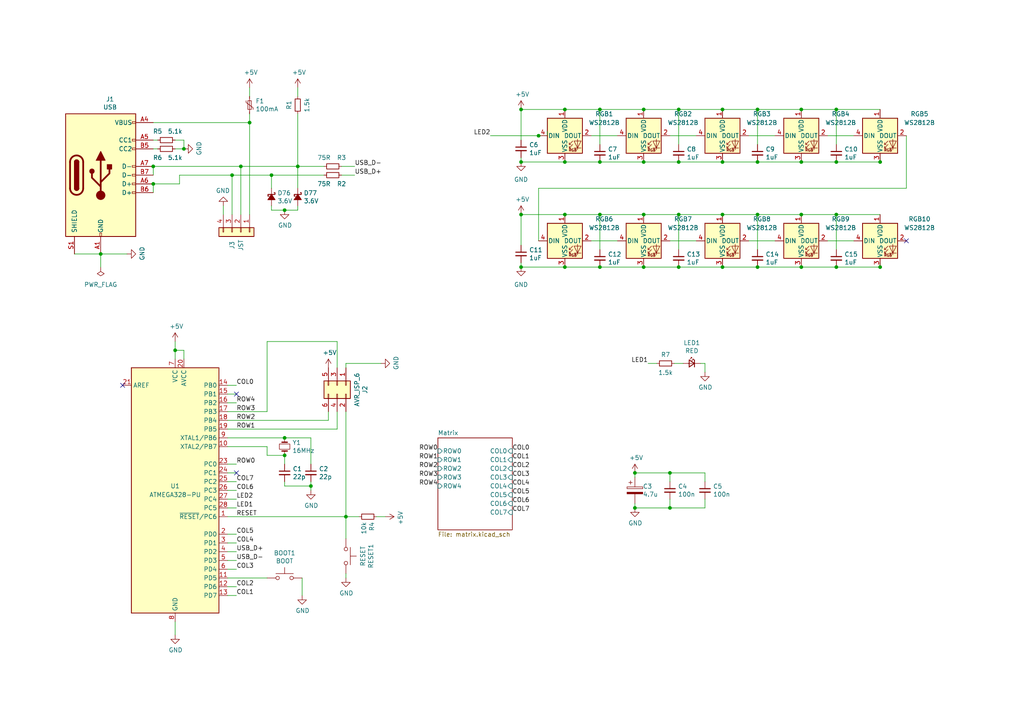
<source format=kicad_sch>
(kicad_sch (version 20231120) (generator "eeschema") (generator_version "8.0")
  (paper "A4")
  (title_block (title "Orthgyle PCB") (date "2025-01-05") (rev "1"))
  (lib_symbols
    (symbol "Connector:USB_C_Receptacle_USB2.0_14P" (pin_names (offset 1.016))
      (property "Reference" "J" (at 0 22.225 0))
      (property "Value" "USB_C_Receptacle_USB2.0_14P" (at 0 19.685 0))
      (symbol "USB_C_Receptacle_USB2.0_14P_0_0"
        (rectangle (start -0.254 -17.78) (end 0.254 -16.764))
        (rectangle (start 10.16 -4.826) (end 9.144 -5.334))
        (rectangle (start 10.16 -2.286) (end 9.144 -2.794))
        (rectangle (start 10.16 0.254) (end 9.144 -0.254))
        (rectangle (start 10.16 2.794) (end 9.144 2.286))
        (rectangle (start 10.16 7.874) (end 9.144 7.366))
        (rectangle (start 10.16 10.414) (end 9.144 9.906))
        (rectangle (start 10.16 15.494) (end 9.144 14.986))
      )
      (symbol "USB_C_Receptacle_USB2.0_14P_0_1"
        (rectangle (start -10.16 17.78) (end 10.16 -17.78) (stroke (width 0.254)) (fill (type background)))
        (arc (start -8.89 -3.81) (mid -6.985 -5.7067) (end -5.08 -3.81) (stroke (width 0.508)))
        (arc (start -7.62 -3.81) (mid -6.985 -4.4423) (end -6.35 -3.81) (stroke (width 0.254)))
        (arc (start -7.62 -3.81) (mid -6.985 -4.4423) (end -6.35 -3.81) (stroke (width 0.254)) (fill (type outline)))
        (rectangle (start -7.62 -3.81) (end -6.35 3.81) (stroke (width 0.254)) (fill (type outline)))
        (arc (start -6.35 3.81) (mid -6.985 4.4423) (end -7.62 3.81) (stroke (width 0.254)))
        (arc (start -6.35 3.81) (mid -6.985 4.4423) (end -7.62 3.81) (stroke (width 0.254)) (fill (type outline)))
        (arc (start -5.08 3.81) (mid -6.985 5.7067) (end -8.89 3.81) (stroke (width 0.508)))
        (circle (center -2.54 1.143) (radius 0.635) (stroke (width 0.254)) (fill (type outline)))
        (circle (center 0 -5.842) (radius 1.27) (fill (type outline)))
        (polyline (pts (xy -8.89 -3.81) (xy -8.89 3.81)) (stroke (width 0.508)))
        (polyline (pts (xy -5.08 3.81) (xy -5.08 -3.81)) (stroke (width 0.508)))
        (polyline (pts (xy 0 -5.842) (xy 0 4.318)) (stroke (width 0.508)))
        (polyline (pts (xy 0 -3.302) (xy -2.54 -0.762) (xy -2.54 0.508)) (stroke (width 0.508)))
        (polyline (pts (xy 0 -2.032) (xy 2.54 0.508) (xy 2.54 1.778)) (stroke (width 0.508)))
        (polyline (pts (xy -1.27 4.318) (xy 0 6.858) (xy 1.27 4.318) (xy -1.27 4.318)) (stroke (width 0.254)) (fill (type outline)))
        (rectangle (start 1.905 1.778) (end 3.175 3.048) (stroke (width 0.254)) (fill (type outline)))
      )
      (symbol "USB_C_Receptacle_USB2.0_14P_1_1"
        (pin passive line (at 0 -22.86 90) (length 5.08) (name "GND") (number "A1"))
        (pin passive line (at 0 -22.86 90) (length 5.08) hide (name "GND") (number "A12"))
        (pin passive line (at 15.24 15.24 180) (length 5.08) (name "VBUS") (number "A4"))
        (pin bidirectional line (at 15.24 10.16 180) (length 5.08) (name "CC1") (number "A5"))
        (pin bidirectional line (at 15.24 -2.54 180) (length 5.08) (name "D+") (number "A6"))
        (pin bidirectional line (at 15.24 2.54 180) (length 5.08) (name "D-") (number "A7"))
        (pin passive line (at 15.24 15.24 180) (length 5.08) hide (name "VBUS") (number "A9"))
        (pin passive line (at 0 -22.86 90) (length 5.08) hide (name "GND") (number "B1"))
        (pin passive line (at 0 -22.86 90) (length 5.08) hide (name "GND") (number "B12"))
        (pin passive line (at 15.24 15.24 180) (length 5.08) hide (name "VBUS") (number "B4"))
        (pin bidirectional line (at 15.24 7.62 180) (length 5.08) (name "CC2") (number "B5"))
        (pin bidirectional line (at 15.24 -5.08 180) (length 5.08) (name "D+") (number "B6"))
        (pin bidirectional line (at 15.24 0 180) (length 5.08) (name "D-") (number "B7"))
        (pin passive line (at 15.24 15.24 180) (length 5.08) hide (name "VBUS") (number "B9"))
        (pin passive line (at -7.62 -22.86 90) (length 5.08) (name "SHIELD") (number "S1"))
      )
    )
    (symbol "Connector_Generic:Conn_01x04" (pin_names (offset 1.016) hide)
      (property "Reference" "J" (at 0 5.08 0))
      (property "Value" "Conn_01x04" (at 0 -7.62 0))
      (symbol "Conn_01x04_1_1"
        (rectangle (start -1.27 -4.953) (end 0 -5.207) (stroke (width 0.1524)))
        (rectangle (start -1.27 -2.413) (end 0 -2.667) (stroke (width 0.1524)))
        (rectangle (start -1.27 0.127) (end 0 -0.127) (stroke (width 0.1524)))
        (rectangle (start -1.27 2.667) (end 0 2.413) (stroke (width 0.1524)))
        (rectangle (start -1.27 3.81) (end 1.27 -6.35) (stroke (width 0.254)) (fill (type background)))
        (pin passive line (at -5.08 2.54 0) (length 3.81) (name "Pin_1") (number "1"))
        (pin passive line (at -5.08 0 0) (length 3.81) (name "Pin_2") (number "2"))
        (pin passive line (at -5.08 -2.54 0) (length 3.81) (name "Pin_3") (number "3"))
        (pin passive line (at -5.08 -5.08 0) (length 3.81) (name "Pin_4") (number "4"))
      )
    )
    (symbol "Connector_Generic:Conn_02x03_Odd_Even" (pin_names (offset 1.016) hide)
      (property "Reference" "J" (at 1.27 5.08 0))
      (property "Value" "Conn_02x03_Odd_Even" (at 1.27 -5.08 0))
      (symbol "Conn_02x03_Odd_Even_1_1"
        (rectangle (start -1.27 -2.413) (end 0 -2.667) (stroke (width 0.1524)))
        (rectangle (start -1.27 0.127) (end 0 -0.127) (stroke (width 0.1524)))
        (rectangle (start -1.27 2.667) (end 0 2.413) (stroke (width 0.1524)))
        (rectangle (start -1.27 3.81) (end 3.81 -3.81) (stroke (width 0.254)) (fill (type background)))
        (rectangle (start 3.81 -2.413) (end 2.54 -2.667) (stroke (width 0.1524)))
        (rectangle (start 3.81 0.127) (end 2.54 -0.127) (stroke (width 0.1524)))
        (rectangle (start 3.81 2.667) (end 2.54 2.413) (stroke (width 0.1524)))
        (pin passive line (at -5.08 2.54 0) (length 3.81) (name "Pin_1") (number "1"))
        (pin passive line (at 7.62 2.54 180) (length 3.81) (name "Pin_2") (number "2"))
        (pin passive line (at -5.08 0 0) (length 3.81) (name "Pin_3") (number "3"))
        (pin passive line (at 7.62 0 180) (length 3.81) (name "Pin_4") (number "4"))
        (pin passive line (at -5.08 -2.54 0) (length 3.81) (name "Pin_5") (number "5"))
        (pin passive line (at 7.62 -2.54 180) (length 3.81) (name "Pin_6") (number "6"))
      )
    )
    (symbol "Device:C_Polarized" (pin_numbers hide) (pin_names (offset 0.254))
      (property "Reference" "C" (at 0.635 2.54 0))
      (property "Value" "C_Polarized" (at 0.635 -2.54 0))
      (symbol "C_Polarized_0_1"
        (rectangle (start -2.286 0.508) (end 2.286 1.016))
        (polyline (pts (xy -1.778 2.286) (xy -0.762 2.286)))
        (polyline (pts (xy -1.27 2.794) (xy -1.27 1.778)))
        (rectangle (start 2.286 -0.508) (end -2.286 -1.016) (fill (type outline)))
      )
      (symbol "C_Polarized_1_1"
        (pin passive line (at 0 3.81 270) (length 2.794) (name "~") (number "1"))
        (pin passive line (at 0 -3.81 90) (length 2.794) (name "~") (number "2"))
      )
    )
    (symbol "Device:C_Small" (pin_numbers hide) (pin_names (offset 0.254) hide)
      (property "Reference" "C" (at 0.254 1.778 0))
      (property "Value" "C_Small" (at 0.254 -2.032 0))
      (symbol "C_Small_0_1"
        (polyline (pts (xy -1.524 -0.508) (xy 1.524 -0.508)) (stroke (width 0.3302)))
        (polyline (pts (xy -1.524 0.508) (xy 1.524 0.508)) (stroke (width 0.3048)))
      )
      (symbol "C_Small_1_1"
        (pin passive line (at 0 2.54 270) (length 2.032) (name "~") (number "1"))
        (pin passive line (at 0 -2.54 90) (length 2.032) (name "~") (number "2"))
      )
    )
    (symbol "Device:Crystal_Small" (pin_numbers hide) (pin_names (offset 1.016) hide)
      (property "Reference" "Y" (at 0 2.54 0))
      (property "Value" "Crystal_Small" (at 0 -2.54 0))
      (symbol "Crystal_Small_0_1"
        (rectangle (start -0.762 -1.524) (end 0.762 1.524))
        (polyline (pts (xy -1.27 -0.762) (xy -1.27 0.762)) (stroke (width 0.381)))
        (polyline (pts (xy 1.27 -0.762) (xy 1.27 0.762)) (stroke (width 0.381)))
      )
      (symbol "Crystal_Small_1_1"
        (pin passive line (at -2.54 0 0) (length 1.27) (name "1") (number "1"))
        (pin passive line (at 2.54 0 180) (length 1.27) (name "2") (number "2"))
      )
    )
    (symbol "Device:D_Schottky_Small_Filled" (pin_numbers hide) (pin_names (offset 0.254) hide)
      (property "Reference" "D" (at -1.27 2.032 0))
      (property "Value" "D_Schottky_Small_Filled" (at -7.112 -2.032 0))
      (symbol "D_Schottky_Small_Filled_0_1"
        (polyline (pts (xy -0.762 0) (xy 0.762 0)))
        (polyline (pts (xy 0.762 -1.016) (xy -0.762 0) (xy 0.762 1.016) (xy 0.762 -1.016)) (stroke (width 0.254)) (fill (type outline)))
        (polyline (pts (xy -1.27 0.762) (xy -1.27 1.016) (xy -0.762 1.016) (xy -0.762 -1.016) (xy -0.254 -1.016) (xy -0.254 -0.762)) (stroke (width 0.254)))
      )
      (symbol "D_Schottky_Small_Filled_1_1"
        (pin passive line (at -2.54 0 0) (length 1.778) (name "K") (number "1"))
        (pin passive line (at 2.54 0 180) (length 1.778) (name "A") (number "2"))
      )
    )
    (symbol "Device:LED_Small" (pin_numbers hide) (pin_names (offset 0.254) hide)
      (property "Reference" "D" (at -1.27 3.175 0))
      (property "Value" "LED_Small" (at -4.445 -2.54 0))
      (symbol "LED_Small_0_1"
        (polyline (pts (xy -0.762 -1.016) (xy -0.762 1.016)) (stroke (width 0.254)))
        (polyline (pts (xy 1.016 0) (xy -0.762 0)))
        (polyline (pts (xy 0.762 -1.016) (xy -0.762 0) (xy 0.762 1.016) (xy 0.762 -1.016)) (stroke (width 0.254)))
        (polyline (pts (xy 0 0.762) (xy -0.508 1.27) (xy -0.254 1.27) (xy -0.508 1.27) (xy -0.508 1.016)))
        (polyline (pts (xy 0.508 1.27) (xy 0 1.778) (xy 0.254 1.778) (xy 0 1.778) (xy 0 1.524)))
      )
      (symbol "LED_Small_1_1"
        (pin passive line (at -2.54 0 0) (length 1.778) (name "K") (number "1"))
        (pin passive line (at 2.54 0 180) (length 1.778) (name "A") (number "2"))
      )
    )
    (symbol "Device:Polyfuse_Small" (pin_numbers hide) (pin_names (offset 0))
      (property "Reference" "F" (at -1.905 0 90))
      (property "Value" "Polyfuse_Small" (at 1.905 0 90))
      (symbol "Polyfuse_Small_0_1"
        (rectangle (start -0.508 1.27) (end 0.508 -1.27))
        (polyline (pts (xy 0 2.54) (xy 0 -2.54)))
        (polyline (pts (xy -1.016 1.27) (xy -1.016 0.762) (xy 1.016 -0.762) (xy 1.016 -1.27)))
      )
      (symbol "Polyfuse_Small_1_1"
        (pin passive line (at 0 2.54 270) (length 0.635) (name "~") (number "1"))
        (pin passive line (at 0 -2.54 90) (length 0.635) (name "~") (number "2"))
      )
    )
    (symbol "Device:R_Small" (pin_numbers hide) (pin_names (offset 0.254) hide)
      (property "Reference" "R" (at 0.762 0.508 0))
      (property "Value" "R_Small" (at 0.762 -1.016 0))
      (symbol "R_Small_0_1"
        (rectangle (start -0.762 1.778) (end 0.762 -1.778) (stroke (width 0.2032)))
      )
      (symbol "R_Small_1_1"
        (pin passive line (at 0 2.54 270) (length 0.762) (name "~") (number "1"))
        (pin passive line (at 0 -2.54 90) (length 0.762) (name "~") (number "2"))
      )
    )
    (symbol "GND_1" (power) (pin_numbers hide) (pin_names (offset 0) hide)
      (property "Value" "GND" (at 0 -3.81 0))
      (symbol "GND_1_0_1"
        (polyline (pts (xy 0 0) (xy 0 -1.27) (xy 1.27 -1.27) (xy 0 -2.54) (xy -1.27 -1.27) (xy 0 -1.27)))
      )
      (symbol "GND_1_1_1"
        (pin power_in line (at 0 0 270) (length 0) (name "~") (number "1"))
      )
    )
    (symbol "LED:WS2812B" (pin_names (offset 0.254))
      (property "Reference" "D" (at 5.08 5.715 0))
      (property "Value" "WS2812B" (at 1.27 -5.715 0))
      (symbol "WS2812B_0_0"
        (text "RGB" (at 2.286 -4.191 0) (effects (font (size 0.762 0.762))))
      )
      (symbol "WS2812B_0_1"
        (polyline (pts (xy 1.27 -3.556) (xy 1.778 -3.556)))
        (polyline (pts (xy 1.27 -2.54) (xy 1.778 -2.54)))
        (polyline (pts (xy 4.699 -3.556) (xy 2.667 -3.556)))
        (polyline (pts (xy 2.286 -2.54) (xy 1.27 -3.556) (xy 1.27 -3.048)))
        (polyline (pts (xy 2.286 -1.524) (xy 1.27 -2.54) (xy 1.27 -2.032)))
        (polyline (pts (xy 3.683 -1.016) (xy 3.683 -3.556) (xy 3.683 -4.064)))
        (polyline (pts (xy 4.699 -1.524) (xy 2.667 -1.524) (xy 3.683 -3.556) (xy 4.699 -1.524)))
        (rectangle (start 5.08 5.08) (end -5.08 -5.08) (stroke (width 0.254)) (fill (type background)))
      )
      (symbol "WS2812B_1_1"
        (pin power_in line (at 0 7.62 270) (length 2.54) (name "VDD") (number "1"))
        (pin output line (at 7.62 0 180) (length 2.54) (name "DOUT") (number "2"))
        (pin power_in line (at 0 -7.62 90) (length 2.54) (name "VSS") (number "3"))
        (pin input line (at -7.62 0 0) (length 2.54) (name "DIN") (number "4"))
      )
    )
    (symbol "MCU_Microchip_ATmega:ATmega328P-P"
      (property "Reference" "U" (at -12.7 36.83 0))
      (property "Value" "ATmega328P-P" (at 2.54 -36.83 0))
      (symbol "ATmega328P-P_0_1"
        (rectangle (start -12.7 -35.56) (end 12.7 35.56) (stroke (width 0.254)) (fill (type background)))
      )
      (symbol "ATmega328P-P_1_1"
        (pin bidirectional line (at 15.24 -7.62 180) (length 2.54) (name "~{RESET}/PC6") (number "1"))
        (pin bidirectional line (at 15.24 12.7 180) (length 2.54) (name "XTAL2/PB7") (number "10"))
        (pin bidirectional line (at 15.24 -25.4 180) (length 2.54) (name "PD5") (number "11"))
        (pin bidirectional line (at 15.24 -27.94 180) (length 2.54) (name "PD6") (number "12"))
        (pin bidirectional line (at 15.24 -30.48 180) (length 2.54) (name "PD7") (number "13"))
        (pin bidirectional line (at 15.24 30.48 180) (length 2.54) (name "PB0") (number "14"))
        (pin bidirectional line (at 15.24 27.94 180) (length 2.54) (name "PB1") (number "15"))
        (pin bidirectional line (at 15.24 25.4 180) (length 2.54) (name "PB2") (number "16"))
        (pin bidirectional line (at 15.24 22.86 180) (length 2.54) (name "PB3") (number "17"))
        (pin bidirectional line (at 15.24 20.32 180) (length 2.54) (name "PB4") (number "18"))
        (pin bidirectional line (at 15.24 17.78 180) (length 2.54) (name "PB5") (number "19"))
        (pin bidirectional line (at 15.24 -12.7 180) (length 2.54) (name "PD0") (number "2"))
        (pin power_in line (at 2.54 38.1 270) (length 2.54) (name "AVCC") (number "20"))
        (pin passive line (at -15.24 30.48 0) (length 2.54) (name "AREF") (number "21"))
        (pin passive line (at 0 -38.1 90) (length 2.54) hide (name "GND") (number "22"))
        (pin bidirectional line (at 15.24 7.62 180) (length 2.54) (name "PC0") (number "23"))
        (pin bidirectional line (at 15.24 5.08 180) (length 2.54) (name "PC1") (number "24"))
        (pin bidirectional line (at 15.24 2.54 180) (length 2.54) (name "PC2") (number "25"))
        (pin bidirectional line (at 15.24 0 180) (length 2.54) (name "PC3") (number "26"))
        (pin bidirectional line (at 15.24 -2.54 180) (length 2.54) (name "PC4") (number "27"))
        (pin bidirectional line (at 15.24 -5.08 180) (length 2.54) (name "PC5") (number "28"))
        (pin bidirectional line (at 15.24 -15.24 180) (length 2.54) (name "PD1") (number "3"))
        (pin bidirectional line (at 15.24 -17.78 180) (length 2.54) (name "PD2") (number "4"))
        (pin bidirectional line (at 15.24 -20.32 180) (length 2.54) (name "PD3") (number "5"))
        (pin bidirectional line (at 15.24 -22.86 180) (length 2.54) (name "PD4") (number "6"))
        (pin power_in line (at 0 38.1 270) (length 2.54) (name "VCC") (number "7"))
        (pin power_in line (at 0 -38.1 90) (length 2.54) (name "GND") (number "8"))
        (pin bidirectional line (at 15.24 15.24 180) (length 2.54) (name "XTAL1/PB6") (number "9"))
      )
    )
    (symbol "Switch:SW_Push" (pin_numbers hide) (pin_names (offset 1.016) hide)
      (property "Reference" "SW" (at 1.27 2.54 0))
      (property "Value" "SW_Push" (at 0 -1.524 0))
      (symbol "SW_Push_0_1"
        (circle (center -2.032 0) (radius 0.508))
        (polyline (pts (xy 0 1.27) (xy 0 3.048)))
        (polyline (pts (xy 2.54 1.27) (xy -2.54 1.27)))
        (circle (center 2.032 0) (radius 0.508))
        (pin passive line (at -5.08 0 0) (length 2.54) (name "1") (number "1"))
        (pin passive line (at 5.08 0 180) (length 2.54) (name "2") (number "2"))
      )
    )
    (symbol "power:+5V" (power) (pin_names (offset 0))
      (property "Value" "+5V" (at 0 3.556 0))
      (symbol "+5V_0_1"
        (polyline (pts (xy -0.762 1.27) (xy 0 2.54)))
        (polyline (pts (xy 0 0) (xy 0 2.54)))
        (polyline (pts (xy 0 2.54) (xy 0.762 1.27)))
      )
      (symbol "+5V_1_1"
        (pin power_in line (at 0 0 90) (length 0) hide (name "+5V") (number "1"))
      )
    )
    (symbol "power:GND" (power) (pin_names (offset 0))
      (property "Value" "GND" (at 0 -3.81 0))
      (symbol "GND_0_1"
        (polyline (pts (xy 0 0) (xy 0 -1.27) (xy 1.27 -1.27) (xy 0 -2.54) (xy -1.27 -1.27) (xy 0 -1.27)))
      )
      (symbol "GND_1_1"
        (pin power_in line (at 0 0 270) (length 0) hide (name "GND") (number "1"))
      )
    )
    (symbol "power:PWR_FLAG" (power) (pin_numbers hide) (pin_names (offset 0) hide)
      (property "Value" "PWR_FLAG" (at 0 3.81 0))
      (symbol "PWR_FLAG_0_0"
        (pin power_out line (at 0 0 90) (length 0) (name "~") (number "1"))
      )
      (symbol "PWR_FLAG_0_1"
        (polyline (pts (xy 0 0) (xy 0 1.27) (xy -1.016 1.905) (xy 0 2.54) (xy 1.016 1.905) (xy 0 1.27)))
      )
    )
  )
  (junction (at 186.69 62.23))
  (junction (at 242.57 77.47))
  (junction (at 44.45 53.34))
  (junction (at 86.36 48.26))
  (junction (at 173.99 77.47))
  (junction (at 163.83 62.23))
  (junction (at 90.17 140.97))
  (junction (at 232.41 46.99))
  (junction (at 67.31 50.8))
  (junction (at 69.85 48.26))
  (junction (at 194.31 147.32))
  (junction (at 196.85 31.75))
  (junction (at 219.71 46.99))
  (junction (at 50.8 101.6))
  (junction (at 82.55 132.08))
  (junction (at 29.21 73.66))
  (junction (at 242.57 31.75))
  (junction (at 151.13 62.23))
  (junction (at 242.57 46.99))
  (junction (at 173.99 46.99))
  (junction (at 82.55 60.96))
  (junction (at 209.55 62.23))
  (junction (at 196.85 46.99))
  (junction (at 209.55 46.99))
  (junction (at 173.99 31.75))
  (junction (at 72.39 35.56))
  (junction (at 186.69 31.75))
  (junction (at 151.13 46.99))
  (junction (at 163.83 31.75))
  (junction (at 186.69 46.99))
  (junction (at 156.21 39.37))
  (junction (at 163.83 77.47))
  (junction (at 44.45 48.26))
  (junction (at 255.27 77.47))
  (junction (at 184.15 137.16))
  (junction (at 255.27 46.99))
  (junction (at 186.69 77.47))
  (junction (at 100.33 149.86))
  (junction (at 242.57 62.23))
  (junction (at 209.55 77.47))
  (junction (at 196.85 62.23))
  (junction (at 196.85 77.47))
  (junction (at 78.74 50.8))
  (junction (at 232.41 31.75))
  (junction (at 219.71 31.75))
  (junction (at 163.83 46.99))
  (junction (at 219.71 77.47))
  (junction (at 151.13 31.75))
  (junction (at 232.41 77.47))
  (junction (at 194.31 137.16))
  (junction (at 232.41 62.23))
  (junction (at 82.55 127))
  (junction (at 173.99 62.23))
  (junction (at 151.13 77.47))
  (junction (at 219.71 62.23))
  (junction (at 184.15 147.32))
  (junction (at 53.34 43.18))
  (junction (at 209.55 31.75))
  (no_connect (at 68.58 114.3))
  (no_connect (at 68.58 137.16))
  (no_connect (at 35.56 111.76))
  (no_connect (at 262.89 69.85))
  (wire (pts (xy 64.77 59.69) (xy 64.77 62.23)))
  (wire (pts (xy 66.04 111.76) (xy 68.58 111.76)))
  (wire (pts (xy 69.85 48.26) (xy 86.36 48.26)))
  (wire (pts (xy 194.31 39.37) (xy 201.93 39.37)))
  (wire (pts (xy 53.34 101.6) (xy 50.8 101.6)))
  (wire (pts (xy 66.04 144.78) (xy 68.58 144.78)))
  (wire (pts (xy 52.07 50.8) (xy 67.31 50.8)))
  (wire (pts (xy 90.17 127) (xy 90.17 134.62)))
  (wire (pts (xy 66.04 170.18) (xy 68.58 170.18)))
  (wire (pts (xy 82.55 139.7) (xy 82.55 140.97)))
  (wire (pts (xy 262.89 54.61) (xy 156.21 54.61)))
  (wire (pts (xy 173.99 46.99) (xy 186.69 46.99)))
  (wire (pts (xy 255.27 45.72) (xy 255.27 46.99)))
  (wire (pts (xy 77.47 129.54) (xy 66.04 129.54)))
  (wire (pts (xy 171.45 69.85) (xy 179.07 69.85)))
  (wire (pts (xy 82.55 140.97) (xy 90.17 140.97)))
  (wire (pts (xy 186.69 62.23) (xy 196.85 62.23)))
  (wire (pts (xy 90.17 142.24) (xy 90.17 140.97)))
  (wire (pts (xy 78.74 50.8) (xy 78.74 54.61)))
  (wire (pts (xy 190.5 105.41) (xy 187.96 105.41)))
  (wire (pts (xy 21.59 73.66) (xy 29.21 73.66)))
  (wire (pts (xy 186.69 77.47) (xy 196.85 77.47)))
  (wire (pts (xy 44.45 43.18) (xy 45.72 43.18)))
  (wire (pts (xy 184.15 146.05) (xy 184.15 147.32)))
  (wire (pts (xy 66.04 142.24) (xy 68.58 142.24)))
  (wire (pts (xy 100.33 149.86) (xy 100.33 156.21)))
  (wire (pts (xy 68.58 154.94) (xy 66.04 154.94)))
  (wire (pts (xy 219.71 77.47) (xy 232.41 77.47)))
  (wire (pts (xy 95.25 119.38) (xy 95.25 121.92)))
  (wire (pts (xy 72.39 33.02) (xy 72.39 35.56)))
  (wire (pts (xy 78.74 50.8) (xy 93.98 50.8)))
  (wire (pts (xy 151.13 71.12) (xy 151.13 62.23)))
  (wire (pts (xy 158.75 39.37) (xy 156.21 39.37)))
  (wire (pts (xy 66.04 119.38) (xy 77.47 119.38)))
  (wire (pts (xy 67.31 50.8) (xy 78.74 50.8)))
  (wire (pts (xy 66.04 147.32) (xy 68.58 147.32)))
  (wire (pts (xy 209.55 46.99) (xy 219.71 46.99)))
  (wire (pts (xy 97.79 99.06) (xy 97.79 106.68)))
  (wire (pts (xy 173.99 31.75) (xy 186.69 31.75)))
  (wire (pts (xy 82.55 132.08) (xy 77.47 132.08)))
  (wire (pts (xy 69.85 48.26) (xy 69.85 62.23)))
  (wire (pts (xy 86.36 60.96) (xy 86.36 59.69)))
  (wire (pts (xy 173.99 62.23) (xy 186.69 62.23)))
  (wire (pts (xy 196.85 62.23) (xy 209.55 62.23)))
  (wire (pts (xy 196.85 46.99) (xy 209.55 46.99)))
  (wire (pts (xy 184.15 137.16) (xy 184.15 138.43)))
  (wire (pts (xy 66.04 134.62) (xy 68.58 134.62)))
  (wire (pts (xy 66.04 165.1) (xy 68.58 165.1)))
  (wire (pts (xy 209.55 77.47) (xy 219.71 77.47)))
  (wire (pts (xy 66.04 157.48) (xy 68.58 157.48)))
  (wire (pts (xy 171.45 39.37) (xy 179.07 39.37)))
  (wire (pts (xy 194.31 144.78) (xy 194.31 147.32)))
  (wire (pts (xy 52.07 53.34) (xy 52.07 50.8)))
  (wire (pts (xy 142.24 39.37) (xy 156.21 39.37)))
  (wire (pts (xy 196.85 62.23) (xy 196.85 72.39)))
  (wire (pts (xy 82.55 132.08) (xy 82.55 134.62)))
  (wire (pts (xy 173.99 62.23) (xy 173.99 72.39)))
  (wire (pts (xy 219.71 31.75) (xy 219.71 41.91)))
  (wire (pts (xy 90.17 140.97) (xy 90.17 139.7)))
  (wire (pts (xy 104.14 149.86) (xy 100.33 149.86)))
  (wire (pts (xy 66.04 137.16) (xy 68.58 137.16)))
  (wire (pts (xy 44.45 48.26) (xy 44.45 50.8)))
  (wire (pts (xy 173.99 31.75) (xy 173.99 41.91)))
  (wire (pts (xy 196.85 31.75) (xy 209.55 31.75)))
  (wire (pts (xy 100.33 105.41) (xy 110.49 105.41)))
  (wire (pts (xy 53.34 43.18) (xy 50.8 43.18)))
  (wire (pts (xy 29.21 73.66) (xy 29.21 77.47)))
  (wire (pts (xy 151.13 40.64) (xy 151.13 31.75)))
  (wire (pts (xy 53.34 40.64) (xy 53.34 43.18)))
  (wire (pts (xy 66.04 167.64) (xy 77.47 167.64)))
  (wire (pts (xy 44.45 40.64) (xy 45.72 40.64)))
  (wire (pts (xy 209.55 62.23) (xy 219.71 62.23)))
  (wire (pts (xy 232.41 62.23) (xy 242.57 62.23)))
  (wire (pts (xy 77.47 129.54) (xy 77.47 132.08)))
  (wire (pts (xy 163.83 77.47) (xy 173.99 77.47)))
  (wire (pts (xy 242.57 77.47) (xy 255.27 77.47)))
  (wire (pts (xy 86.36 48.26) (xy 86.36 54.61)))
  (wire (pts (xy 50.8 104.14) (xy 50.8 101.6)))
  (wire (pts (xy 242.57 31.75) (xy 255.27 31.75)))
  (wire (pts (xy 173.99 77.47) (xy 186.69 77.47)))
  (wire (pts (xy 209.55 31.75) (xy 219.71 31.75)))
  (wire (pts (xy 87.63 167.64) (xy 87.63 172.72)))
  (wire (pts (xy 97.79 119.38) (xy 97.79 124.46)))
  (wire (pts (xy 77.47 119.38) (xy 77.47 99.06)))
  (wire (pts (xy 86.36 48.26) (xy 93.98 48.26)))
  (wire (pts (xy 77.47 99.06) (xy 97.79 99.06)))
  (wire (pts (xy 186.69 31.75) (xy 196.85 31.75)))
  (wire (pts (xy 232.41 31.75) (xy 242.57 31.75)))
  (wire (pts (xy 194.31 147.32) (xy 184.15 147.32)))
  (wire (pts (xy 163.83 77.47) (xy 151.13 77.47)))
  (wire (pts (xy 78.74 59.69) (xy 78.74 60.96)))
  (wire (pts (xy 217.17 39.37) (xy 224.79 39.37)))
  (wire (pts (xy 219.71 31.75) (xy 232.41 31.75)))
  (wire (pts (xy 156.21 54.61) (xy 156.21 69.85)))
  (wire (pts (xy 219.71 62.23) (xy 232.41 62.23)))
  (wire (pts (xy 86.36 33.02) (xy 86.36 48.26)))
  (wire (pts (xy 44.45 35.56) (xy 72.39 35.56)))
  (wire (pts (xy 158.75 38.1) (xy 158.75 39.37)))
  (wire (pts (xy 196.85 77.47) (xy 209.55 77.47)))
  (wire (pts (xy 195.58 105.41) (xy 198.12 105.41)))
  (wire (pts (xy 100.33 105.41) (xy 100.33 106.68)))
  (wire (pts (xy 44.45 53.34) (xy 52.07 53.34)))
  (wire (pts (xy 204.47 147.32) (xy 194.31 147.32)))
  (wire (pts (xy 66.04 160.02) (xy 68.58 160.02)))
  (wire (pts (xy 66.04 139.7) (xy 68.58 139.7)))
  (wire (pts (xy 66.04 114.3) (xy 68.58 114.3)))
  (wire (pts (xy 196.85 31.75) (xy 196.85 41.91)))
  (wire (pts (xy 66.04 116.84) (xy 68.58 116.84)))
  (wire (pts (xy 232.41 46.99) (xy 242.57 46.99)))
  (wire (pts (xy 240.03 39.37) (xy 247.65 39.37)))
  (wire (pts (xy 184.15 137.16) (xy 194.31 137.16)))
  (wire (pts (xy 78.74 60.96) (xy 82.55 60.96)))
  (wire (pts (xy 219.71 62.23) (xy 219.71 72.39)))
  (wire (pts (xy 29.21 73.66) (xy 36.83 73.66)))
  (wire (pts (xy 82.55 60.96) (xy 86.36 60.96)))
  (wire (pts (xy 72.39 25.4) (xy 72.39 27.94)))
  (wire (pts (xy 204.47 144.78) (xy 204.47 147.32)))
  (wire (pts (xy 194.31 69.85) (xy 201.93 69.85)))
  (wire (pts (xy 217.17 69.85) (xy 224.79 69.85)))
  (wire (pts (xy 100.33 166.37) (xy 100.33 167.64)))
  (wire (pts (xy 99.06 48.26) (xy 102.87 48.26)))
  (wire (pts (xy 151.13 31.75) (xy 163.83 31.75)))
  (wire (pts (xy 194.31 137.16) (xy 194.31 139.7)))
  (wire (pts (xy 72.39 35.56) (xy 72.39 62.23)))
  (wire (pts (xy 203.2 105.41) (xy 204.47 105.41)))
  (wire (pts (xy 204.47 105.41) (xy 204.47 107.95)))
  (wire (pts (xy 66.04 121.92) (xy 95.25 121.92)))
  (wire (pts (xy 232.41 77.47) (xy 242.57 77.47)))
  (wire (pts (xy 194.31 137.16) (xy 204.47 137.16)))
  (wire (pts (xy 163.83 62.23) (xy 173.99 62.23)))
  (wire (pts (xy 240.03 69.85) (xy 247.65 69.85)))
  (wire (pts (xy 82.55 127) (xy 90.17 127)))
  (wire (pts (xy 163.83 46.99) (xy 151.13 46.99)))
  (wire (pts (xy 204.47 137.16) (xy 204.47 139.7)))
  (wire (pts (xy 100.33 119.38) (xy 100.33 149.86)))
  (wire (pts (xy 163.83 31.75) (xy 173.99 31.75)))
  (wire (pts (xy 99.06 50.8) (xy 102.87 50.8)))
  (wire (pts (xy 242.57 62.23) (xy 242.57 72.39)))
  (wire (pts (xy 186.69 46.99) (xy 196.85 46.99)))
  (wire (pts (xy 66.04 162.56) (xy 68.58 162.56)))
  (wire (pts (xy 255.27 76.2) (xy 255.27 77.47)))
  (wire (pts (xy 50.8 101.6) (xy 50.8 99.06)))
  (wire (pts (xy 67.31 50.8) (xy 67.31 62.23)))
  (wire (pts (xy 262.89 39.37) (xy 262.89 54.61)))
  (wire (pts (xy 151.13 62.23) (xy 163.83 62.23)))
  (wire (pts (xy 66.04 127) (xy 82.55 127)))
  (wire (pts (xy 66.04 124.46) (xy 97.79 124.46)))
  (wire (pts (xy 66.04 172.72) (xy 68.58 172.72)))
  (wire (pts (xy 242.57 31.75) (xy 242.57 41.91)))
  (wire (pts (xy 50.8 40.64) (xy 53.34 40.64)))
  (wire (pts (xy 44.45 53.34) (xy 44.45 55.88)))
  (wire (pts (xy 242.57 46.99) (xy 255.27 46.99)))
  (wire (pts (xy 151.13 45.72) (xy 151.13 46.99)))
  (wire (pts (xy 163.83 46.99) (xy 173.99 46.99)))
  (wire (pts (xy 109.22 149.86) (xy 111.76 149.86)))
  (wire (pts (xy 151.13 76.2) (xy 151.13 77.47)))
  (wire (pts (xy 86.36 27.94) (xy 86.36 25.4)))
  (wire (pts (xy 219.71 46.99) (xy 232.41 46.99)))
  (wire (pts (xy 50.8 184.15) (xy 50.8 180.34)))
  (wire (pts (xy 242.57 62.23) (xy 255.27 62.23)))
  (wire (pts (xy 53.34 101.6) (xy 53.34 104.14)))
  (wire (pts (xy 44.45 48.26) (xy 69.85 48.26)))
  (wire (pts (xy 66.04 149.86) (xy 100.33 149.86)))
  (label "USB_D+" (at 68.58 160.02 0))
  (label "COL5" (at 68.58 154.94 0))
  (label "COL7" (at 148.59 148.59 0))
  (label "COL5" (at 148.59 143.51 0))
  (label "COL2" (at 148.59 135.89 0))
  (label "ROW3" (at 68.58 119.38 0))
  (label "COL3" (at 148.59 138.43 0))
  (label "COL4" (at 148.59 140.97 0))
  (label "LED1" (at 187.96 105.41 180))
  (label "USB_D-" (at 102.87 48.26 0))
  (label "COL1" (at 68.58 172.72 0))
  (label "ROW4" (at 127 140.97 180))
  (label "COL2" (at 68.58 170.18 0))
  (label "COL1" (at 148.59 133.35 0))
  (label "COL3" (at 68.58 165.1 0))
  (label "LED2" (at 68.58 144.78 0))
  (label "ROW2" (at 127 135.89 180))
  (label "COL7" (at 68.58 139.7 0))
  (label "ROW0" (at 68.58 134.62 0))
  (label "ROW2" (at 68.58 121.92 0))
  (label "ROW1" (at 127 133.35 180))
  (label "COL0" (at 148.59 130.81 0))
  (label "ROW0" (at 127 130.81 180))
  (label "COL4" (at 68.58 157.48 0))
  (label "LED1" (at 68.58 147.32 0))
  (label "USB_D+" (at 102.87 50.8 0))
  (label "RESET" (at 68.58 149.86 0))
  (label "COL6" (at 148.59 146.05 0))
  (label "ROW3" (at 127 138.43 180))
  (label "COL6" (at 68.58 142.24 0))
  (label "COL0" (at 68.58 111.76 0))
  (label "ROW1" (at 68.58 124.46 0))
  (label "ROW4" (at 68.58 116.84 0))
  (label "LED2" (at 142.24 39.37 180))
  (label "USB_D-" (at 68.58 162.56 0))
  (symbol (lib_id "power:+5V") (at 184.15 137.16 0) (unit 1)
    (property "Reference" "#PWR02" (effects (hide yes)))
    (property "Value" "+5V" (at 184.531 132.7658 0))
  )
  (symbol (lib_id "Device:C_Polarized") (at 184.15 142.24 0) (unit 1)
    (property "Reference" "C3" (at 186.4614 141.0716 0) (effects (justify left)))
    (property "Value" "4.7u" (at 186.4614 143.383 0) (effects (justify left)))
    (property "Footprint" "Capacitor_THT:CP_Radial_D4.0mm_P1.50mm" (effects (hide yes)))
    (property "Description" "Polarized capacitor" (effects (hide yes)))
  )
  (symbol (lib_id "MCU_Microchip_ATmega:ATmega328P-P") (at 50.8 142.24 0) (unit 1)
    (property "Reference" "U1" (at 50.8 140.97 0))
    (property "Value" "ATMEGA328-PU" (at 50.8 143.51 0))
    (property "Footprint" "Package_DIP:DIP-28_W7.62mm" (effects (hide yes)))
    (property "Datasheet" "http://ww1.microchip.com/downloads/en/DeviceDoc/ATmega328_P%20AVR%20MCU%20with%20picoPower%20Technology%20Data%20Sheet%2040001984A.pdf" (effects (hide yes)))
    (property "Description" "20MHz, 32kB Flash, 2kB SRAM, 1kB EEPROM, DIP-28" (effects (hide yes)))
  )
  (symbol (lib_id "power:+5V") (at 50.8 99.06 0) (unit 1)
    (property "Reference" "#PWR06" (effects (hide yes)))
    (property "Value" "+5V" (at 51.181 94.6658 0))
  )
  (symbol (lib_id "power:GND") (at 184.15 147.32 0) (unit 1)
    (property "Reference" "#PWR03" (effects (hide yes)))
    (property "Value" "GND" (at 184.277 151.7142 0))
  )
  (symbol (lib_id "power:GND") (at 50.8 184.15 0) (unit 1)
    (property "Reference" "#PWR07" (effects (hide yes)))
    (property "Value" "GND" (at 50.927 188.5442 0))
  )
  (symbol (lib_id "Device:D_Schottky_Small_Filled") (at 78.74 57.15 270) (unit 1)
    (property "Reference" "D76" (at 80.4672 55.9816 90) (effects (justify left)))
    (property "Value" "3.6V" (at 80.4672 58.293 90) (effects (justify left)))
    (property "Footprint" "Diode_THT:D_DO-35_SOD27_P7.62mm_Horizontal" (effects (hide yes)))
    (property "Description" "Schottky diode, small symbol, filled shape" (effects (hide yes)))
  )
  (symbol (lib_id "Device:D_Schottky_Small_Filled") (at 86.36 57.15 270) (unit 1)
    (property "Reference" "D77" (at 88.0872 55.9816 90) (effects (justify left)))
    (property "Value" "3.6V" (at 88.0872 58.293 90) (effects (justify left)))
    (property "Footprint" "Diode_THT:D_DO-35_SOD27_P7.62mm_Horizontal" (effects (hide yes)))
    (property "Description" "Schottky diode, small symbol, filled shape" (effects (hide yes)))
  )
  (symbol (lib_id "Device:R_Small") (at 86.36 30.48 180) (unit 1)
    (property "Reference" "R1" (at 83.82 30.48 90))
    (property "Value" "1.5k" (at 89.027 30.48 90))
    (property "Footprint" "Resistor_THT:R_Axial_DIN0204_L3.6mm_D1.6mm_P7.62mm_Horizontal" (effects (hide yes)))
  )
  (symbol (lib_id "power:+5V") (at 86.36 25.4 0) (unit 1)
    (property "Reference" "#PWR05" (effects (hide yes)))
    (property "Value" "+5V" (at 86.741 21.0058 0))
  )
  (symbol (lib_id "Device:Polyfuse_Small") (at 72.39 30.48 180) (unit 1)
    (property "Reference" "F1" (at 74.1172 29.3116 0) (effects (justify right)))
    (property "Value" "100mA" (at 74.1172 31.623 0) (effects (justify right)))
    (property "Footprint" "Fuse:Fuse_Bourns_MF-RHT100" (effects (hide yes)))
  )
  (symbol (lib_id "power:+5V") (at 72.39 25.4 0) (unit 1)
    (property "Reference" "#PWR08" (effects (hide yes)))
    (property "Value" "+5V" (at 72.771 21.0058 0))
  )
  (symbol (lib_id "Device:C_Small") (at 194.31 142.24 0) (unit 1)
    (property "Reference" "C4" (at 196.6468 141.0716 0) (effects (justify left)))
    (property "Value" "100n" (at 196.6468 143.383 0) (effects (justify left)))
    (property "Footprint" "Capacitor_THT:C_Disc_D4.3mm_W1.9mm_P5.00mm" (effects (hide yes)))
  )
  (symbol (lib_id "Device:R_Small") (at 96.52 50.8 90) (unit 1)
    (property "Reference" "R2" (at 99.06 53.34 90))
    (property "Value" "75R" (at 93.98 53.34 90))
    (property "Footprint" "Resistor_THT:R_Axial_DIN0204_L3.6mm_D1.6mm_P7.62mm_Horizontal" (effects (hide yes)))
  )
  (symbol (lib_id "Device:R_Small") (at 96.52 48.26 90) (unit 1)
    (property "Reference" "R3" (at 99.06 45.72 90))
    (property "Value" "75R" (at 93.98 45.72 90))
    (property "Footprint" "Resistor_THT:R_Axial_DIN0204_L3.6mm_D1.6mm_P7.62mm_Horizontal" (effects (hide yes)))
  )
  (symbol (lib_id "Device:C_Small") (at 204.47 142.24 0) (unit 1)
    (property "Reference" "C5" (at 206.8068 141.0716 0) (effects (justify left)))
    (property "Value" "100n" (at 206.8068 143.383 0) (effects (justify left)))
    (property "Footprint" "Capacitor_THT:C_Disc_D4.3mm_W1.9mm_P5.00mm" (effects (hide yes)))
  )
  (symbol (lib_id "Switch:SW_Push") (at 100.33 161.29 270) (unit 1)
    (property "Reference" "RESET1" (at 107.569 161.29 0))
    (property "Value" "RESET" (at 105.2576 161.29 0))
    (property "Footprint" "Jumper:SolderJumper-2_P1.3mm_Open_RoundedPad1.0x1.5mm" (effects (hide yes)))
  )
  (symbol (lib_id "Device:Crystal_Small") (at 82.55 129.54 270) (unit 1)
    (property "Reference" "Y1" (at 84.7852 128.3716 90) (effects (justify left)))
    (property "Value" "16MHz" (at 84.7852 130.683 90) (effects (justify left)))
    (property "Footprint" "Crystal:Crystal_HC49-4H_Vertical" (effects (hide yes)))
  )
  (symbol (lib_id "Device:R_Small") (at 106.68 149.86 270) (unit 1)
    (property "Reference" "R4" (at 107.8484 151.3586 0) (effects (justify left)))
    (property "Value" "10k" (at 105.537 151.3586 0) (effects (justify left)))
    (property "Footprint" "Resistor_THT:R_Axial_DIN0204_L3.6mm_D1.6mm_P7.62mm_Horizontal" (effects (hide yes)))
  )
  (symbol (lib_id "power:GND") (at 90.17 142.24 0) (unit 1)
    (property "Reference" "#PWR09" (effects (hide yes)))
    (property "Value" "GND" (at 90.297 146.6342 0))
  )
  (symbol (lib_id "Device:C_Small") (at 82.55 137.16 0) (unit 1)
    (property "Reference" "C1" (at 84.8868 135.9916 0) (effects (justify left)))
    (property "Value" "22p" (at 84.8868 138.303 0) (effects (justify left)))
    (property "Footprint" "Capacitor_THT:C_Disc_D3.0mm_W1.6mm_P2.50mm" (effects (hide yes)))
  )
  (symbol (lib_id "Device:C_Small") (at 90.17 137.16 0) (unit 1)
    (property "Reference" "C2" (at 92.5068 135.9916 0) (effects (justify left)))
    (property "Value" "22p" (at 92.5068 138.303 0) (effects (justify left)))
    (property "Footprint" "Capacitor_THT:C_Disc_D3.0mm_W1.6mm_P2.50mm" (effects (hide yes)))
  )
  (symbol (lib_id "Connector_Generic:Conn_02x03_Odd_Even") (at 97.79 111.76 270) (unit 1)
    (property "Reference" "J2" (at 105.8418 113.03 0))
    (property "Value" "AVR_ISP_6" (at 103.5304 113.03 0))
    (property "Footprint" "Connector_PinHeader_2.54mm:PinHeader_2x03_P2.54mm_Vertical" (effects (hide yes)))
  )
  (symbol (lib_id "Switch:SW_Push") (at 82.55 167.64 0) (unit 1)
    (property "Reference" "BOOT1" (at 82.55 160.401 0))
    (property "Value" "BOOT" (at 82.55 162.7124 0))
    (property "Footprint" "Jumper:SolderJumper-2_P1.3mm_Open_RoundedPad1.0x1.5mm" (effects (hide yes)))
  )
  (symbol (lib_id "power:GND") (at 100.33 167.64 0) (unit 1)
    (property "Reference" "#PWR011" (effects (hide yes)))
    (property "Value" "GND" (at 100.457 172.0342 0))
  )
  (symbol (lib_id "power:+5V") (at 95.25 106.68 0) (unit 1)
    (property "Reference" "#PWR012" (effects (hide yes)))
    (property "Value" "+5V" (at 95.631 102.2858 0))
  )
  (symbol (lib_id "power:GND") (at 110.49 105.41 90) (unit 1)
    (property "Reference" "#PWR013" (effects (hide yes)))
    (property "Value" "GND" (at 114.8842 105.283 0))
  )
  (symbol (lib_id "power:+5V") (at 111.76 149.86 270) (unit 1)
    (property "Reference" "#PWR010" (effects (hide yes)))
    (property "Value" "+5V" (at 116.1542 150.241 0))
  )
  (symbol (lib_id "Device:LED_Small") (at 200.66 105.41 0) (mirror y) (unit 1)
    (property "Reference" "LED1" (at 200.66 99.441 0))
    (property "Value" "RED" (at 200.66 101.7524 0))
    (property "Footprint" "LED_THT:LED_D3.0mm" (effects (hide yes)))
  )
  (symbol (lib_id "power:GND") (at 204.47 107.95 0) (unit 1)
    (property "Reference" "#PWR0101" (effects (hide yes)))
    (property "Value" "GND" (at 204.597 112.3442 0))
  )
  (symbol (lib_id "Device:R_Small") (at 193.04 105.41 90) (unit 1)
    (property "Reference" "R7" (at 193.04 102.87 90))
    (property "Value" "1.5k" (at 193.04 108.077 90))
    (property "Footprint" "Resistor_THT:R_Axial_DIN0204_L3.6mm_D1.6mm_P7.62mm_Horizontal" (effects (hide yes)))
  )
  (symbol (lib_id "Connector_Generic:Conn_01x04") (at 69.85 67.31 270) (unit 1)
    (property "Reference" "J3" (at 67.31 71.12 0))
    (property "Value" "JST" (at 69.85 71.12 0))
    (property "Footprint" "Connector_JST:JST_SH_SM04B-SRSS-TB_1x04-1MP_P1.00mm_Horizontal" (effects (hide yes)))
  )
  (symbol (lib_id "Connector:USB_C_Receptacle_USB2.0_14P") (at 29.21 50.8 0) (unit 1)
    (property "Reference" "J1" (at 31.9278 28.7782 0))
    (property "Value" "USB" (at 31.9278 31.0896 0))
    (property "Footprint" "Connector_USB:USB_C_Receptacle_HRO_TYPE-C-31-M-12" (effects (hide yes)))
    (property "Datasheet" "https://www.usb.org/sites/default/files/documents/usb_type-c.zip" (effects (hide yes)))
    (property "Description" "USB 2.0-only 14P Type-C Receptacle connector" (effects (hide yes)))
  )
  (symbol (lib_id "power:GND") (at 64.77 59.69 180) (unit 1)
    (property "Reference" "#PWR0103" (effects (hide yes)))
    (property "Value" "GND" (at 64.643 55.2958 0))
  )
  (symbol (lib_id "power:GND") (at 53.34 43.18 90) (unit 1)
    (property "Reference" "#PWR0102" (effects (hide yes)))
    (property "Value" "GND" (at 57.7342 43.053 0))
  )
  (symbol (lib_id "power:GND") (at 36.83 73.66 90) (unit 1)
    (property "Reference" "#PWR0104" (effects (hide yes)))
    (property "Value" "GND" (at 41.2242 73.533 0))
  )
  (symbol (lib_id "power:GND") (at 82.55 60.96 0) (unit 1)
    (property "Reference" "#PWR0105" (effects (hide yes)))
    (property "Value" "GND" (at 82.677 65.3542 0))
  )
  (symbol (lib_id "Device:R_Small") (at 48.26 40.64 270) (unit 1)
    (property "Reference" "R5" (at 45.72 38.1 90))
    (property "Value" "5.1k" (at 50.8 38.1 90))
    (property "Footprint" "Resistor_THT:R_Axial_DIN0204_L3.6mm_D1.6mm_P7.62mm_Horizontal" (effects (hide yes)))
  )
  (symbol (lib_id "Device:R_Small") (at 48.26 43.18 270) (unit 1)
    (property "Reference" "R6" (at 45.72 45.72 90))
    (property "Value" "5.1k" (at 50.8 45.72 90))
    (property "Footprint" "Resistor_THT:R_Axial_DIN0204_L3.6mm_D1.6mm_P7.62mm_Horizontal" (effects (hide yes)))
  )
  (symbol (lib_id "Device:C_Small") (at 196.85 74.93 0) (unit 1)
    (property "Reference" "C13" (at 199.1868 73.7616 0) (effects (justify left)))
    (property "Value" "1uF" (at 199.1868 76.073 0) (effects (justify left)))
    (property "Footprint" "Capacitor_THT:C_Disc_D4.3mm_W1.9mm_P5.00mm" (effects (hide yes)))
  )
  (symbol (lib_id "Device:C_Small") (at 219.71 44.45 0) (unit 1)
    (property "Reference" "C9" (at 222.0468 43.2816 0) (effects (justify left)))
    (property "Value" "1uF" (at 222.0468 45.593 0) (effects (justify left)))
    (property "Footprint" "Capacitor_THT:C_Disc_D4.3mm_W1.9mm_P5.00mm" (effects (hide yes)))
  )
  (symbol (lib_id "LED:WS2812B") (at 163.83 69.85 0) (unit 1)
    (property "Reference" "RGB6" (at 175.26 63.5314 0))
    (property "Value" "WS2812B" (at 175.26 66.0714 0))
    (property "Footprint" "LED_SMD:LED_WS2812B_PLCC4_5.0x5.0mm_P3.2mm" (effects (hide yes)))
    (property "Datasheet" "https://cdn-shop.adafruit.com/datasheets/WS2812B.pdf" (effects (hide yes)))
    (property "Description" "RGB LED with integrated controller" (effects (hide yes)))
  )
  (symbol (lib_id "power:PWR_FLAG") (at 29.21 77.47 180) (unit 1)
    (property "Reference" "#FLG01" (effects (hide yes)))
    (property "Value" "PWR_FLAG" (at 29.21 82.55 0))
    (property "Description" "Special symbol for telling ERC where power comes from" (effects (hide yes)))
  )
  (symbol (lib_id "LED:WS2812B") (at 186.69 69.85 0) (unit 1)
    (property "Reference" "RGB7" (at 198.12 63.5314 0))
    (property "Value" "WS2812B" (at 198.12 66.0714 0))
    (property "Footprint" "LED_SMD:LED_WS2812B_PLCC4_5.0x5.0mm_P3.2mm" (effects (hide yes)))
    (property "Datasheet" "https://cdn-shop.adafruit.com/datasheets/WS2812B.pdf" (effects (hide yes)))
    (property "Description" "RGB LED with integrated controller" (effects (hide yes)))
  )
  (symbol (lib_id "Device:C_Small") (at 173.99 74.93 0) (unit 1)
    (property "Reference" "C12" (at 176.3268 73.7616 0) (effects (justify left)))
    (property "Value" "1uF" (at 176.3268 76.073 0) (effects (justify left)))
    (property "Footprint" "Capacitor_THT:C_Disc_D4.3mm_W1.9mm_P5.00mm" (effects (hide yes)))
  )
  (symbol (lib_name "GND_1") (lib_id "power:GND") (at 151.13 46.99 0) (unit 1)
    (property "Reference" "#PWR04" (effects (hide yes)))
    (property "Value" "GND" (at 151.13 52.07 0))
    (property "Description" "Power symbol creates a global label with name \"GND\" , ground" (effects (hide yes)))
  )
  (symbol (lib_id "power:GND") (at 87.63 172.72 0) (unit 1)
    (property "Reference" "#PWR01" (effects (hide yes)))
    (property "Value" "GND" (at 87.757 177.1142 0))
  )
  (symbol (lib_id "LED:WS2812B") (at 232.41 69.85 0) (unit 1)
    (property "Reference" "RGB9" (at 243.84 63.5314 0))
    (property "Value" "WS2812B" (at 243.84 66.0714 0))
    (property "Footprint" "LED_SMD:LED_WS2812B_PLCC4_5.0x5.0mm_P3.2mm" (effects (hide yes)))
    (property "Datasheet" "https://cdn-shop.adafruit.com/datasheets/WS2812B.pdf" (effects (hide yes)))
    (property "Description" "RGB LED with integrated controller" (effects (hide yes)))
  )
  (symbol (lib_id "LED:WS2812B") (at 209.55 39.37 0) (unit 1)
    (property "Reference" "RGB3" (at 220.98 33.0514 0))
    (property "Value" "WS2812B" (at 220.98 35.5914 0))
    (property "Footprint" "LED_SMD:LED_WS2812B_PLCC4_5.0x5.0mm_P3.2mm" (effects (hide yes)))
    (property "Datasheet" "https://cdn-shop.adafruit.com/datasheets/WS2812B.pdf" (effects (hide yes)))
    (property "Description" "RGB LED with integrated controller" (effects (hide yes)))
  )
  (symbol (lib_id "LED:WS2812B") (at 209.55 69.85 0) (unit 1)
    (property "Reference" "RGB8" (at 220.98 63.5314 0))
    (property "Value" "WS2812B" (at 220.98 66.0714 0))
    (property "Footprint" "LED_SMD:LED_WS2812B_PLCC4_5.0x5.0mm_P3.2mm" (effects (hide yes)))
    (property "Datasheet" "https://cdn-shop.adafruit.com/datasheets/WS2812B.pdf" (effects (hide yes)))
    (property "Description" "RGB LED with integrated controller" (effects (hide yes)))
  )
  (symbol (lib_id "LED:WS2812B") (at 232.41 39.37 0) (unit 1)
    (property "Reference" "RGB4" (at 243.84 33.0514 0))
    (property "Value" "WS2812B" (at 243.84 35.5914 0))
    (property "Footprint" "LED_SMD:LED_WS2812B_PLCC4_5.0x5.0mm_P3.2mm" (effects (hide yes)))
    (property "Datasheet" "https://cdn-shop.adafruit.com/datasheets/WS2812B.pdf" (effects (hide yes)))
    (property "Description" "RGB LED with integrated controller" (effects (hide yes)))
  )
  (symbol (lib_id "LED:WS2812B") (at 163.83 39.37 0) (unit 1)
    (property "Reference" "RGB1" (at 175.26 33.0514 0))
    (property "Value" "WS2812B" (at 175.26 35.5914 0))
    (property "Footprint" "LED_SMD:LED_WS2812B_PLCC4_5.0x5.0mm_P3.2mm" (effects (hide yes)))
    (property "Datasheet" "https://cdn-shop.adafruit.com/datasheets/WS2812B.pdf" (effects (hide yes)))
    (property "Description" "RGB LED with integrated controller" (effects (hide yes)))
  )
  (symbol (lib_id "Device:C_Small") (at 196.85 44.45 0) (unit 1)
    (property "Reference" "C8" (at 199.1868 43.2816 0) (effects (justify left)))
    (property "Value" "1uF" (at 199.1868 45.593 0) (effects (justify left)))
    (property "Footprint" "Capacitor_THT:C_Disc_D4.3mm_W1.9mm_P5.00mm" (effects (hide yes)))
  )
  (symbol (lib_id "Device:C_Small") (at 242.57 44.45 0) (unit 1)
    (property "Reference" "C10" (at 244.9068 43.2816 0) (effects (justify left)))
    (property "Value" "1uF" (at 244.9068 45.593 0) (effects (justify left)))
    (property "Footprint" "Capacitor_THT:C_Disc_D4.3mm_W1.9mm_P5.00mm" (effects (hide yes)))
  )
  (symbol (lib_name "GND_1") (lib_id "power:GND") (at 151.13 77.47 0) (unit 1)
    (property "Reference" "#PWR017" (effects (hide yes)))
    (property "Value" "GND" (at 151.13 82.55 0))
    (property "Description" "Power symbol creates a global label with name \"GND\" , ground" (effects (hide yes)))
  )
  (symbol (lib_id "Device:C_Small") (at 242.57 74.93 0) (unit 1)
    (property "Reference" "C15" (at 244.9068 73.7616 0) (effects (justify left)))
    (property "Value" "1uF" (at 244.9068 76.073 0) (effects (justify left)))
    (property "Footprint" "Capacitor_THT:C_Disc_D4.3mm_W1.9mm_P5.00mm" (effects (hide yes)))
  )
  (symbol (lib_id "LED:WS2812B") (at 186.69 39.37 0) (unit 1)
    (property "Reference" "RGB2" (at 198.12 33.0514 0))
    (property "Value" "WS2812B" (at 198.12 35.5914 0))
    (property "Footprint" "LED_SMD:LED_WS2812B_PLCC4_5.0x5.0mm_P3.2mm" (effects (hide yes)))
    (property "Datasheet" "https://cdn-shop.adafruit.com/datasheets/WS2812B.pdf" (effects (hide yes)))
    (property "Description" "RGB LED with integrated controller" (effects (hide yes)))
  )
  (symbol (lib_id "LED:WS2812B") (at 255.27 39.37 0) (unit 1)
    (property "Reference" "RGB5" (at 266.7 33.0514 0))
    (property "Value" "WS2812B" (at 266.7 35.5914 0))
    (property "Footprint" "LED_SMD:LED_WS2812B_PLCC4_5.0x5.0mm_P3.2mm" (effects (hide yes)))
    (property "Datasheet" "https://cdn-shop.adafruit.com/datasheets/WS2812B.pdf" (effects (hide yes)))
    (property "Description" "RGB LED with integrated controller" (effects (hide yes)))
  )
  (symbol (lib_id "power:+5V") (at 151.13 62.23 0) (unit 1)
    (property "Reference" "#PWR016" (effects (hide yes)))
    (property "Value" "+5V" (at 151.511 57.8358 0))
  )
  (symbol (lib_id "power:+5V") (at 151.13 31.75 0) (unit 1)
    (property "Reference" "#PWR015" (effects (hide yes)))
    (property "Value" "+5V" (at 151.511 27.3558 0))
  )
  (symbol (lib_id "LED:WS2812B") (at 255.27 69.85 0) (unit 1)
    (property "Reference" "RGB10" (at 266.7 63.5314 0))
    (property "Value" "WS2812B" (at 266.7 66.0714 0))
    (property "Footprint" "LED_SMD:LED_WS2812B_PLCC4_5.0x5.0mm_P3.2mm" (effects (hide yes)))
    (property "Datasheet" "https://cdn-shop.adafruit.com/datasheets/WS2812B.pdf" (effects (hide yes)))
    (property "Description" "RGB LED with integrated controller" (effects (hide yes)))
  )
  (symbol (lib_id "Device:C_Small") (at 173.99 44.45 0) (unit 1)
    (property "Reference" "C7" (at 176.3268 43.2816 0) (effects (justify left)))
    (property "Value" "1uF" (at 176.3268 45.593 0) (effects (justify left)))
    (property "Footprint" "Capacitor_THT:C_Disc_D4.3mm_W1.9mm_P5.00mm" (effects (hide yes)))
  )
  (symbol (lib_id "Device:C_Small") (at 151.13 73.66 0) (unit 1)
    (property "Reference" "C11" (at 153.4668 72.4916 0) (effects (justify left)))
    (property "Value" "1uF" (at 153.4668 74.803 0) (effects (justify left)))
    (property "Footprint" "Capacitor_THT:C_Disc_D4.3mm_W1.9mm_P5.00mm" (effects (hide yes)))
  )
  (symbol (lib_id "Device:C_Small") (at 219.71 74.93 0) (unit 1)
    (property "Reference" "C14" (at 222.0468 73.7616 0) (effects (justify left)))
    (property "Value" "1uF" (at 222.0468 76.073 0) (effects (justify left)))
    (property "Footprint" "Capacitor_THT:C_Disc_D4.3mm_W1.9mm_P5.00mm" (effects (hide yes)))
  )
  (symbol (lib_id "Device:C_Small") (at 151.13 43.18 0) (unit 1)
    (property "Reference" "C6" (at 153.4668 42.0116 0) (effects (justify left)))
    (property "Value" "1uF" (at 153.4668 44.323 0) (effects (justify left)))
    (property "Footprint" "Capacitor_THT:C_Disc_D4.3mm_W1.9mm_P5.00mm" (effects (hide yes)))
  )
  (sheet (at 127 127) (size 21.59 26.67) (stroke (width 0.1524))
    (property "Sheetname" "Matrix" (at 127 126.2884 0) (effects (justify left bottom)))
    (property "Sheetfile" "matrix.kicad_sch" (at 127 154.2546 0) (effects (justify left top)))
    (pin "ROW2" input (at 127 135.89 180))
    (pin "ROW1" input (at 127 133.35 180))
    (pin "COL2" input (at 148.59 135.89 0))
    (pin "COL3" input (at 148.59 138.43 0))
    (pin "ROW0" input (at 127 130.81 180))
    (pin "COL1" input (at 148.59 133.35 0))
    (pin "COL0" input (at 148.59 130.81 0))
    (pin "ROW3" input (at 127 138.43 180))
    (pin "ROW4" input (at 127 140.97 180))
    (pin "COL4" input (at 148.59 140.97 0))
    (pin "COL5" input (at 148.59 143.51 0))
    (pin "COL7" input (at 148.59 148.59 0))
    (pin "COL6" input (at 148.59 146.05 0))
  )
)
</source>
